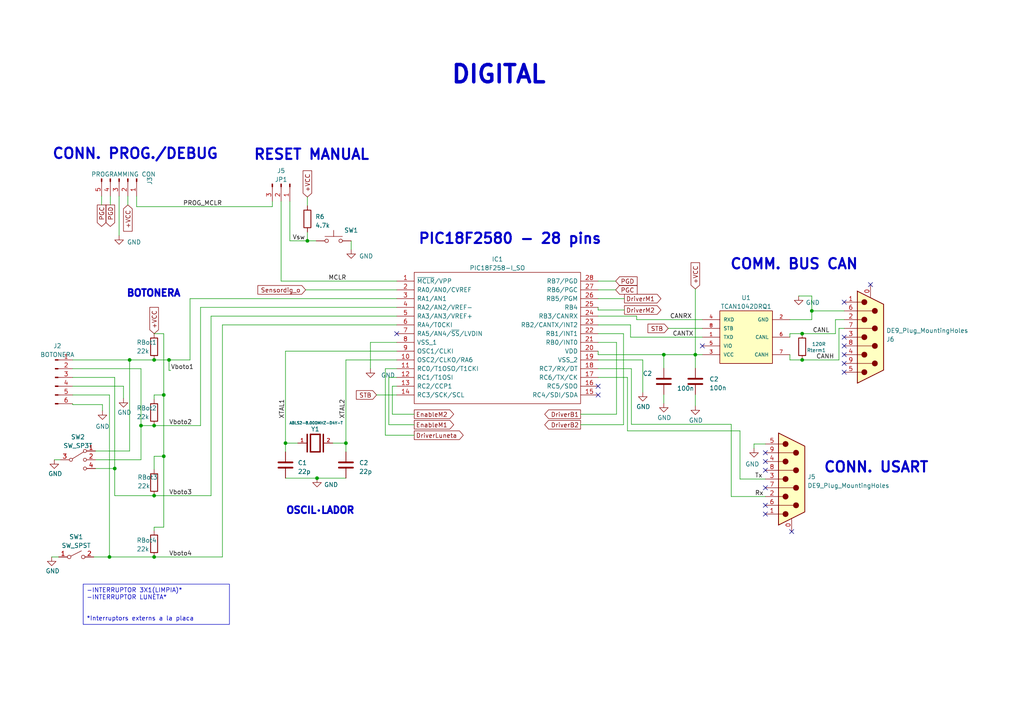
<source format=kicad_sch>
(kicad_sch (version 20230121) (generator eeschema)
  (paper "A4")
  (title_block (title "Projecte Netejaparabrises - Grup 4 Tarda") (date "2023-04-05") (rev "v1.1.05042023"))
  (lib_symbols
    (symbol "ABLS2-8.000MHZ-D4Y-T:ABLS2-8.000MHZ-D4Y-T" (pin_names (offset 1.016))
      (property "Reference" "Y" (at -5.0878 3.8159 0))
      (property "Value" "ABLS2-8.000MHZ-D4Y-T" (at -5.0944 -5.0944 0))
      (symbol "ABLS2-8.000MHZ-D4Y-T_0_0"
        (polyline (pts (xy -2.3368 2.54) (xy -2.3368 -2.54)) (stroke (width 0.4064)))
        (polyline (pts (xy -1.397 2.54) (xy -1.397 -2.54)) (stroke (width 0.4064)))
        (polyline (pts (xy -1.397 2.54) (xy 1.397 2.54)) (stroke (width 0.4064)))
        (polyline (pts (xy 1.397 -2.54) (xy -1.397 -2.54)) (stroke (width 0.4064)))
        (polyline (pts (xy 1.397 2.54) (xy 1.397 -2.54)) (stroke (width 0.4064)))
        (polyline (pts (xy 2.3368 2.54) (xy 2.3368 -2.54)) (stroke (width 0.4064)))
        (pin passive line (at -5.08 0 0) (length 2.54) (name "~") (number "1"))
        (pin passive line (at 5.08 0 180) (length 2.54) (name "~") (number "2"))
      )
    )
    (symbol "Connector:Conn_01x03_Pin" (pin_names (offset 1.016) hide)
      (property "Reference" "J" (at 0 5.08 0))
      (property "Value" "Conn_01x03_Pin" (at 0 -5.08 0))
      (symbol "Conn_01x03_Pin_1_1"
        (polyline (pts (xy 1.27 -2.54) (xy 0.8636 -2.54)) (stroke (width 0.1524)))
        (polyline (pts (xy 1.27 0) (xy 0.8636 0)) (stroke (width 0.1524)))
        (polyline (pts (xy 1.27 2.54) (xy 0.8636 2.54)) (stroke (width 0.1524)))
        (rectangle (start 0.8636 -2.413) (end 0 -2.667) (stroke (width 0.1524)) (fill (type outline)))
        (rectangle (start 0.8636 0.127) (end 0 -0.127) (stroke (width 0.1524)) (fill (type outline)))
        (rectangle (start 0.8636 2.667) (end 0 2.413) (stroke (width 0.1524)) (fill (type outline)))
        (pin passive line (at 5.08 2.54 180) (length 3.81) (name "Pin_1") (number "1"))
        (pin passive line (at 5.08 0 180) (length 3.81) (name "Pin_2") (number "2"))
        (pin passive line (at 5.08 -2.54 180) (length 3.81) (name "Pin_3") (number "3"))
      )
    )
    (symbol "Connector:Conn_01x05_Pin" (pin_names (offset 1.016) hide)
      (property "Reference" "J" (at 0 7.62 0))
      (property "Value" "Conn_01x05_Pin" (at 0 -7.62 0))
      (symbol "Conn_01x05_Pin_1_1"
        (polyline (pts (xy 1.27 -5.08) (xy 0.8636 -5.08)) (stroke (width 0.1524)))
        (polyline (pts (xy 1.27 -2.54) (xy 0.8636 -2.54)) (stroke (width 0.1524)))
        (polyline (pts (xy 1.27 0) (xy 0.8636 0)) (stroke (width 0.1524)))
        (polyline (pts (xy 1.27 2.54) (xy 0.8636 2.54)) (stroke (width 0.1524)))
        (polyline (pts (xy 1.27 5.08) (xy 0.8636 5.08)) (stroke (width 0.1524)))
        (rectangle (start 0.8636 -4.953) (end 0 -5.207) (stroke (width 0.1524)) (fill (type outline)))
        (rectangle (start 0.8636 -2.413) (end 0 -2.667) (stroke (width 0.1524)) (fill (type outline)))
        (rectangle (start 0.8636 0.127) (end 0 -0.127) (stroke (width 0.1524)) (fill (type outline)))
        (rectangle (start 0.8636 2.667) (end 0 2.413) (stroke (width 0.1524)) (fill (type outline)))
        (rectangle (start 0.8636 5.207) (end 0 4.953) (stroke (width 0.1524)) (fill (type outline)))
        (pin passive line (at 5.08 5.08 180) (length 3.81) (name "Pin_1") (number "1"))
        (pin passive line (at 5.08 2.54 180) (length 3.81) (name "Pin_2") (number "2"))
        (pin passive line (at 5.08 0 180) (length 3.81) (name "Pin_3") (number "3"))
        (pin passive line (at 5.08 -2.54 180) (length 3.81) (name "Pin_4") (number "4"))
        (pin passive line (at 5.08 -5.08 180) (length 3.81) (name "Pin_5") (number "5"))
      )
    )
    (symbol "Connector:Conn_01x06_Pin" (pin_names (offset 1.016) hide)
      (property "Reference" "J" (at 0 7.62 0))
      (property "Value" "Conn_01x06_Pin" (at 0 -10.16 0))
      (symbol "Conn_01x06_Pin_1_1"
        (polyline (pts (xy 1.27 -7.62) (xy 0.8636 -7.62)) (stroke (width 0.1524)))
        (polyline (pts (xy 1.27 -5.08) (xy 0.8636 -5.08)) (stroke (width 0.1524)))
        (polyline (pts (xy 1.27 -2.54) (xy 0.8636 -2.54)) (stroke (width 0.1524)))
        (polyline (pts (xy 1.27 0) (xy 0.8636 0)) (stroke (width 0.1524)))
        (polyline (pts (xy 1.27 2.54) (xy 0.8636 2.54)) (stroke (width 0.1524)))
        (polyline (pts (xy 1.27 5.08) (xy 0.8636 5.08)) (stroke (width 0.1524)))
        (rectangle (start 0.8636 -7.493) (end 0 -7.747) (stroke (width 0.1524)) (fill (type outline)))
        (rectangle (start 0.8636 -4.953) (end 0 -5.207) (stroke (width 0.1524)) (fill (type outline)))
        (rectangle (start 0.8636 -2.413) (end 0 -2.667) (stroke (width 0.1524)) (fill (type outline)))
        (rectangle (start 0.8636 0.127) (end 0 -0.127) (stroke (width 0.1524)) (fill (type outline)))
        (rectangle (start 0.8636 2.667) (end 0 2.413) (stroke (width 0.1524)) (fill (type outline)))
        (rectangle (start 0.8636 5.207) (end 0 4.953) (stroke (width 0.1524)) (fill (type outline)))
        (pin passive line (at 5.08 5.08 180) (length 3.81) (name "Pin_1") (number "1"))
        (pin passive line (at 5.08 2.54 180) (length 3.81) (name "Pin_2") (number "2"))
        (pin passive line (at 5.08 0 180) (length 3.81) (name "Pin_3") (number "3"))
        (pin passive line (at 5.08 -2.54 180) (length 3.81) (name "Pin_4") (number "4"))
        (pin passive line (at 5.08 -5.08 180) (length 3.81) (name "Pin_5") (number "5"))
        (pin passive line (at 5.08 -7.62 180) (length 3.81) (name "Pin_6") (number "6"))
      )
    )
    (symbol "Connector:DE9_Plug_MountingHoles" (pin_names (offset 1.016) hide)
      (property "Reference" "J" (at 0 16.51 0))
      (property "Value" "DE9_Plug_MountingHoles" (at 0 14.605 0))
      (symbol "DE9_Plug_MountingHoles_0_1"
        (circle (center -1.778 -10.16) (radius 0.762) (fill (type outline)))
        (circle (center -1.778 -5.08) (radius 0.762) (fill (type outline)))
        (circle (center -1.778 0) (radius 0.762) (fill (type outline)))
        (circle (center -1.778 5.08) (radius 0.762) (fill (type outline)))
        (circle (center -1.778 10.16) (radius 0.762) (fill (type outline)))
        (polyline (pts (xy -3.81 -10.16) (xy -2.54 -10.16)))
        (polyline (pts (xy -3.81 -7.62) (xy 0.508 -7.62)))
        (polyline (pts (xy -3.81 -5.08) (xy -2.54 -5.08)))
        (polyline (pts (xy -3.81 -2.54) (xy 0.508 -2.54)))
        (polyline (pts (xy -3.81 0) (xy -2.54 0)))
        (polyline (pts (xy -3.81 2.54) (xy 0.508 2.54)))
        (polyline (pts (xy -3.81 5.08) (xy -2.54 5.08)))
        (polyline (pts (xy -3.81 7.62) (xy 0.508 7.62)))
        (polyline (pts (xy -3.81 10.16) (xy -2.54 10.16)))
        (polyline (pts (xy -3.81 -13.335) (xy -3.81 13.335) (xy 3.81 9.525) (xy 3.81 -9.525) (xy -3.81 -13.335)) (stroke (width 0.254)) (fill (type background)))
        (circle (center 1.27 -7.62) (radius 0.762) (fill (type outline)))
        (circle (center 1.27 -2.54) (radius 0.762) (fill (type outline)))
        (circle (center 1.27 2.54) (radius 0.762) (fill (type outline)))
        (circle (center 1.27 7.62) (radius 0.762) (fill (type outline)))
      )
      (symbol "DE9_Plug_MountingHoles_1_1"
        (pin passive line (at 0 -15.24 90) (length 3.81) (name "PAD") (number "0"))
        (pin passive line (at -7.62 -10.16 0) (length 3.81) (name "1") (number "1"))
        (pin passive line (at -7.62 -5.08 0) (length 3.81) (name "2") (number "2"))
        (pin passive line (at -7.62 0 0) (length 3.81) (name "3") (number "3"))
        (pin passive line (at -7.62 5.08 0) (length 3.81) (name "4") (number "4"))
        (pin passive line (at -7.62 10.16 0) (length 3.81) (name "5") (number "5"))
        (pin passive line (at -7.62 -7.62 0) (length 3.81) (name "6") (number "6"))
        (pin passive line (at -7.62 -2.54 0) (length 3.81) (name "7") (number "7"))
        (pin passive line (at -7.62 2.54 0) (length 3.81) (name "8") (number "8"))
        (pin passive line (at -7.62 7.62 0) (length 3.81) (name "9") (number "9"))
      )
    )
    (symbol "Device:C" (pin_numbers hide) (pin_names (offset 0.254))
      (property "Reference" "C" (at 0.635 2.54 0))
      (property "Value" "C" (at 0.635 -2.54 0))
      (symbol "C_0_1"
        (polyline (pts (xy -2.032 -0.762) (xy 2.032 -0.762)) (stroke (width 0.508)))
        (polyline (pts (xy -2.032 0.762) (xy 2.032 0.762)) (stroke (width 0.508)))
      )
      (symbol "C_1_1"
        (pin passive line (at 0 3.81 270) (length 2.794) (name "~") (number "1"))
        (pin passive line (at 0 -3.81 90) (length 2.794) (name "~") (number "2"))
      )
    )
    (symbol "Device:R" (pin_numbers hide) (pin_names (offset 0))
      (property "Reference" "R" (at 2.032 0 90))
      (property "Value" "R" (at 0 0 90))
      (symbol "R_0_1"
        (rectangle (start -1.016 -2.54) (end 1.016 2.54) (stroke (width 0.254)))
      )
      (symbol "R_1_1"
        (pin passive line (at 0 3.81 270) (length 1.27) (name "~") (number "1"))
        (pin passive line (at 0 -3.81 90) (length 1.27) (name "~") (number "2"))
      )
    )
    (symbol "PIC18F258-I_SO:PIC18F258-I_SO" (pin_names (offset 0.762))
      (property "Reference" "IC" (at 54.61 7.62 0))
      (property "Value" "PIC18F258-I_SO" (at 54.61 5.08 0))
      (symbol "PIC18F258-I_SO_0_0"
        (pin passive line (at 0 0 0) (length 5.08) (name "~{MCLR}/VPP") (number "1"))
        (pin passive line (at 0 -22.86 0) (length 5.08) (name "OSC2/CLKO/RA6") (number "10"))
        (pin passive line (at 0 -25.4 0) (length 5.08) (name "RC0/T1OSO/T1CKI") (number "11"))
        (pin passive line (at 0 -27.94 0) (length 5.08) (name "RC1/T1OSI") (number "12"))
        (pin passive line (at 0 -30.48 0) (length 5.08) (name "RC2/CCP1") (number "13"))
        (pin passive line (at 0 -33.02 0) (length 5.08) (name "RC3/SCK/SCL") (number "14"))
        (pin passive line (at 58.42 -33.02 180) (length 5.08) (name "RC4/SDI/SDA") (number "15"))
        (pin passive line (at 58.42 -30.48 180) (length 5.08) (name "RC5/SDO") (number "16"))
        (pin passive line (at 58.42 -27.94 180) (length 5.08) (name "RC6/TX/CK") (number "17"))
        (pin passive line (at 58.42 -25.4 180) (length 5.08) (name "RC7/RX/DT") (number "18"))
        (pin passive line (at 58.42 -22.86 180) (length 5.08) (name "VSS_2") (number "19"))
        (pin passive line (at 0 -2.54 0) (length 5.08) (name "RA0/AN0/CVREF") (number "2"))
        (pin passive line (at 58.42 -20.32 180) (length 5.08) (name "VDD") (number "20"))
        (pin passive line (at 58.42 -17.78 180) (length 5.08) (name "RB0/INT0") (number "21"))
        (pin passive line (at 58.42 -15.24 180) (length 5.08) (name "RB1/INT1") (number "22"))
        (pin passive line (at 58.42 -12.7 180) (length 5.08) (name "RB2/CANTX/INT2") (number "23"))
        (pin passive line (at 58.42 -10.16 180) (length 5.08) (name "RB3/CANRX") (number "24"))
        (pin passive line (at 58.42 -7.62 180) (length 5.08) (name "RB4") (number "25"))
        (pin passive line (at 58.42 -5.08 180) (length 5.08) (name "RB5/PGM") (number "26"))
        (pin passive line (at 58.42 -2.54 180) (length 5.08) (name "RB6/PGC") (number "27"))
        (pin passive line (at 58.42 0 180) (length 5.08) (name "RB7/PGD") (number "28"))
        (pin passive line (at 0 -5.08 0) (length 5.08) (name "RA1/AN1") (number "3"))
        (pin passive line (at 0 -7.62 0) (length 5.08) (name "RA2/AN2/VREF-") (number "4"))
        (pin passive line (at 0 -10.16 0) (length 5.08) (name "RA3/AN3/VREF+") (number "5"))
        (pin passive line (at 0 -12.7 0) (length 5.08) (name "RA4/T0CKI") (number "6"))
        (pin passive line (at 0 -15.24 0) (length 5.08) (name "RA5/AN4/~{SS}/LVDIN") (number "7"))
        (pin passive line (at 0 -17.78 0) (length 5.08) (name "VSS_1") (number "8"))
        (pin passive line (at 0 -20.32 0) (length 5.08) (name "OSC1/CLKI") (number "9"))
      )
      (symbol "PIC18F258-I_SO_0_1"
        (polyline (pts (xy 5.08 2.54) (xy 53.34 2.54) (xy 53.34 -35.56) (xy 5.08 -35.56) (xy 5.08 2.54)) (stroke (width 0.1524)))
      )
    )
    (symbol "Switch:SW_Push" (pin_numbers hide) (pin_names (offset 1.016) hide)
      (property "Reference" "SW" (at 1.27 2.54 0))
      (property "Value" "SW_Push" (at 0 -1.524 0))
      (symbol "SW_Push_0_1"
        (circle (center -2.032 0) (radius 0.508))
        (polyline (pts (xy 0 1.27) (xy 0 3.048)))
        (polyline (pts (xy 2.54 1.27) (xy -2.54 1.27)))
        (circle (center 2.032 0) (radius 0.508))
        (pin passive line (at -5.08 0 0) (length 2.54) (name "1") (number "1"))
        (pin passive line (at 5.08 0 180) (length 2.54) (name "2") (number "2"))
      )
    )
    (symbol "Switch:SW_SP3T" (pin_names (offset 0) hide)
      (property "Reference" "SW" (at 0 5.08 0))
      (property "Value" "SW_SP3T" (at 0 -5.08 0))
      (symbol "SW_SP3T_0_1"
        (circle (center -2.032 0) (radius 0.4572))
        (polyline (pts (xy -1.651 0.254) (xy 1.651 2.286)))
        (circle (center 2.032 -2.54) (radius 0.4572))
        (circle (center 2.032 0) (radius 0.4572))
        (circle (center 2.032 2.54) (radius 0.4572))
      )
      (symbol "SW_SP3T_1_1"
        (pin passive line (at 5.08 2.54 180) (length 2.54) (name "1") (number "1"))
        (pin passive line (at 5.08 0 180) (length 2.54) (name "2") (number "2"))
        (pin passive line (at -5.08 0 0) (length 2.54) (name "3") (number "3"))
        (pin passive line (at 5.08 -2.54 180) (length 2.54) (name "4") (number "4"))
      )
    )
    (symbol "Switch:SW_SPST" (pin_names (offset 0) hide)
      (property "Reference" "SW" (at 0 3.175 0))
      (property "Value" "SW_SPST" (at 0 -2.54 0))
      (symbol "SW_SPST_0_0"
        (circle (center -2.032 0) (radius 0.508))
        (polyline (pts (xy -1.524 0.254) (xy 1.524 1.778)))
        (circle (center 2.032 0) (radius 0.508))
      )
      (symbol "SW_SPST_1_1"
        (pin passive line (at -5.08 0 0) (length 2.54) (name "A") (number "1"))
        (pin passive line (at 5.08 0 180) (length 2.54) (name "B") (number "2"))
      )
    )
    (symbol "TCAN1042DRQ1:TCAN1042DRQ1" (pin_names (offset 1.016))
      (property "Reference" "U" (at -2.54 7.62 0))
      (property "Value" "TCAN1042DRQ1" (at -5.08 -10.16 0))
      (symbol "TCAN1042DRQ1_0_0"
        (rectangle (start -7.62 -7.62) (end 7.62 7.62) (stroke (width 0.2032)) (fill (type background)))
        (pin input line (at -12.7 0 0) (length 5.08) (name "TXD") (number "1"))
        (pin power_in line (at 12.7 5.08 180) (length 5.08) (name "GND") (number "2"))
        (pin power_in line (at -12.7 -5.08 0) (length 5.08) (name "VCC") (number "3"))
        (pin output line (at -12.7 5.08 0) (length 5.08) (name "RXD") (number "4"))
        (pin passive line (at -12.7 -2.54 0) (length 5.08) (name "VIO") (number "5"))
        (pin bidirectional line (at 12.7 0 180) (length 5.08) (name "CANL") (number "6"))
        (pin bidirectional line (at 12.7 -5.08 180) (length 5.08) (name "CANH") (number "7"))
        (pin input line (at -12.7 2.54 0) (length 5.08) (name "STB") (number "8"))
      )
    )
    (symbol "power:GND" (power) (pin_names (offset 0))
      (property "Value" "GND" (at 0 -3.81 0))
      (symbol "GND_0_1"
        (polyline (pts (xy 0 0) (xy 0 -1.27) (xy 1.27 -1.27) (xy 0 -2.54) (xy -1.27 -1.27) (xy 0 -1.27)))
      )
      (symbol "GND_1_1"
        (pin power_in line (at 0 0 270) (length 0) hide (name "GND") (number "1"))
      )
    )
  )
  (junction (at 89.154 69.85))
  (junction (at 47.498 132.334))
  (junction (at 232.664 96.774))
  (junction (at 49.022 104.394))
  (junction (at 192.532 102.87))
  (junction (at 235.458 90.17))
  (junction (at 201.676 102.87))
  (junction (at 44.704 161.544))
  (junction (at 31.75 161.544))
  (junction (at 91.948 138.684))
  (junction (at 40.894 123.444))
  (junction (at 47.498 114.554))
  (junction (at 44.704 143.764))
  (junction (at 44.704 123.444))
  (junction (at 100.33 128.524))
  (junction (at 232.664 104.394))
  (junction (at 44.704 104.394))
  (junction (at 82.804 128.524))
  (junction (at 33.274 135.89))
  (junction (at 37.592 104.394))
  (no_connect (at 173.482 114.554))
  (no_connect (at 244.856 100.33))
  (no_connect (at 244.856 97.79))
  (no_connect (at 221.996 131.318))
  (no_connect (at 244.856 102.87))
  (no_connect (at 252.476 82.55))
  (no_connect (at 221.996 149.098))
  (no_connect (at 221.996 133.858))
  (no_connect (at 229.616 154.178))
  (no_connect (at 244.856 105.41))
  (no_connect (at 244.856 107.95))
  (no_connect (at 221.996 136.398))
  (no_connect (at 173.482 112.014))
  (no_connect (at 221.996 141.478))
  (no_connect (at 244.856 87.63))
  (no_connect (at 203.708 100.33))
  (no_connect (at 221.996 146.558))
  (no_connect (at 115.062 96.774))
  (wire (pts (xy 47.498 132.334) (xy 47.498 152.908)))
  (wire (pts (xy 181.991 109.474) (xy 181.991 124.968)))
  (wire (pts (xy 173.482 84.074) (xy 178.562 84.074)))
  (wire (pts (xy 21.082 106.934) (xy 40.894 106.934)))
  (wire (pts (xy 178.816 120.142) (xy 168.402 120.142)))
  (wire (pts (xy 180.848 123.19) (xy 168.402 123.19)))
  (wire (pts (xy 242.316 96.774) (xy 242.316 92.71)))
  (wire (pts (xy 235.458 92.71) (xy 235.458 90.17)))
  (wire (pts (xy 192.532 116.967) (xy 192.532 114.427)))
  (wire (pts (xy 44.704 161.544) (xy 64.516 161.544)))
  (wire (pts (xy 37.592 104.394) (xy 37.592 130.81)))
  (wire (pts (xy 21.082 112.014) (xy 35.814 112.014)))
  (wire (pts (xy 49.022 107.442) (xy 49.022 104.394)))
  (wire (pts (xy 214.63 124.968) (xy 214.63 138.938)))
  (wire (pts (xy 29.464 56.896) (xy 29.464 59.436)))
  (wire (pts (xy 78.994 59.944) (xy 78.994 58.42)))
  (wire (pts (xy 82.804 101.854) (xy 115.062 101.854)))
  (wire (pts (xy 173.482 94.234) (xy 182.88 94.234)))
  (wire (pts (xy 33.274 109.474) (xy 21.082 109.474)))
  (wire (pts (xy 232.664 96.774) (xy 229.108 96.774)))
  (wire (pts (xy 32.004 56.896) (xy 32.004 59.436)))
  (wire (pts (xy 183.134 106.934) (xy 173.482 106.934)))
  (wire (pts (xy 44.704 143.764) (xy 33.274 143.764)))
  (wire (pts (xy 47.498 152.908) (xy 44.704 152.908)))
  (wire (pts (xy 235.458 90.17) (xy 244.856 90.17)))
  (wire (pts (xy 115.062 106.934) (xy 111.76 106.934)))
  (wire (pts (xy 183.134 106.934) (xy 183.134 123.063)))
  (wire (pts (xy 82.804 101.854) (xy 82.804 128.524)))
  (wire (pts (xy 47.498 96.774) (xy 47.498 114.554)))
  (wire (pts (xy 44.704 132.334) (xy 47.498 132.334)))
  (wire (pts (xy 44.704 143.764) (xy 61.214 143.764)))
  (wire (pts (xy 229.108 92.71) (xy 235.458 92.71)))
  (wire (pts (xy 212.09 123.063) (xy 212.09 144.018)))
  (wire (pts (xy 115.062 112.014) (xy 113.792 112.014)))
  (wire (pts (xy 88.646 84.074) (xy 115.062 84.074)))
  (wire (pts (xy 173.482 89.154) (xy 173.482 89.916)))
  (wire (pts (xy 243.332 95.25) (xy 244.856 95.25)))
  (wire (pts (xy 173.482 99.314) (xy 178.816 99.314)))
  (wire (pts (xy 182.88 94.234) (xy 182.88 97.79)))
  (wire (pts (xy 229.108 104.394) (xy 229.108 102.87)))
  (wire (pts (xy 21.082 117.094) (xy 21.082 117.348)))
  (wire (pts (xy 44.704 161.544) (xy 31.75 161.544)))
  (wire (pts (xy 109.22 114.554) (xy 115.062 114.554)))
  (wire (pts (xy 58.166 89.154) (xy 115.062 89.154)))
  (wire (pts (xy 44.704 152.908) (xy 44.704 153.924)))
  (wire (pts (xy 111.76 126.238) (xy 120.142 126.238)))
  (wire (pts (xy 181.991 124.968) (xy 214.63 124.968)))
  (wire (pts (xy 89.154 59.69) (xy 89.154 57.15)))
  (wire (pts (xy 40.894 133.35) (xy 27.686 133.35)))
  (wire (pts (xy 100.33 104.394) (xy 115.062 104.394)))
  (wire (pts (xy 44.704 123.444) (xy 58.166 123.444)))
  (wire (pts (xy 201.676 117.729) (xy 201.676 114.427)))
  (wire (pts (xy 29.718 117.348) (xy 29.718 119.126)))
  (wire (pts (xy 112.776 123.19) (xy 120.142 123.19)))
  (wire (pts (xy 61.214 143.764) (xy 61.214 91.694)))
  (wire (pts (xy 229.108 96.774) (xy 229.108 97.79)))
  (wire (pts (xy 173.482 89.916) (xy 181.102 89.916)))
  (wire (pts (xy 184.658 92.71) (xy 203.708 92.71)))
  (wire (pts (xy 173.482 86.614) (xy 181.102 86.614)))
  (wire (pts (xy 192.532 102.87) (xy 201.676 102.87)))
  (wire (pts (xy 115.062 109.474) (xy 112.776 109.474)))
  (wire (pts (xy 37.592 130.81) (xy 27.686 130.81)))
  (wire (pts (xy 64.516 94.234) (xy 115.062 94.234)))
  (wire (pts (xy 180.848 96.774) (xy 180.848 123.19)))
  (wire (pts (xy 44.704 136.144) (xy 44.704 132.334)))
  (wire (pts (xy 81.534 58.42) (xy 81.534 81.534)))
  (wire (pts (xy 44.704 114.554) (xy 47.498 114.554)))
  (wire (pts (xy 61.214 91.694) (xy 115.062 91.694)))
  (wire (pts (xy 201.676 102.87) (xy 201.676 106.807)))
  (wire (pts (xy 47.498 96.774) (xy 44.704 96.774)))
  (wire (pts (xy 39.624 59.944) (xy 78.994 59.944)))
  (wire (pts (xy 89.154 69.85) (xy 89.154 67.31)))
  (wire (pts (xy 35.814 112.014) (xy 35.814 115.57)))
  (wire (pts (xy 173.482 102.87) (xy 173.482 101.854)))
  (wire (pts (xy 178.816 99.314) (xy 178.816 120.142)))
  (wire (pts (xy 212.09 144.018) (xy 221.996 144.018)))
  (wire (pts (xy 214.63 138.938) (xy 221.996 138.938)))
  (wire (pts (xy 173.482 91.694) (xy 184.658 91.694)))
  (wire (pts (xy 112.776 109.474) (xy 112.776 123.19)))
  (wire (pts (xy 82.804 128.524) (xy 82.804 131.064)))
  (wire (pts (xy 182.88 97.79) (xy 203.708 97.79)))
  (wire (pts (xy 84.074 58.42) (xy 84.074 69.85)))
  (wire (pts (xy 193.802 95.25) (xy 203.708 95.25)))
  (wire (pts (xy 31.75 114.554) (xy 21.082 114.554)))
  (wire (pts (xy 231.648 85.852) (xy 235.458 85.852)))
  (wire (pts (xy 96.52 128.524) (xy 100.33 128.524)))
  (wire (pts (xy 40.894 123.444) (xy 44.704 123.444)))
  (wire (pts (xy 64.516 161.544) (xy 64.516 94.234)))
  (wire (pts (xy 184.658 91.694) (xy 184.658 92.71)))
  (wire (pts (xy 113.792 112.014) (xy 113.792 120.142)))
  (wire (pts (xy 40.894 106.934) (xy 40.894 123.444)))
  (wire (pts (xy 37.592 104.394) (xy 44.704 104.394)))
  (wire (pts (xy 111.76 106.934) (xy 111.76 126.238)))
  (wire (pts (xy 40.894 123.444) (xy 40.894 133.35)))
  (wire (pts (xy 181.991 109.474) (xy 173.482 109.474)))
  (wire (pts (xy 27.686 135.89) (xy 33.274 135.89)))
  (wire (pts (xy 37.084 56.896) (xy 37.084 59.436)))
  (wire (pts (xy 173.482 96.774) (xy 180.848 96.774)))
  (wire (pts (xy 232.664 104.394) (xy 243.332 104.394)))
  (wire (pts (xy 55.118 86.614) (xy 115.062 86.614)))
  (wire (pts (xy 15.748 133.35) (xy 17.526 133.35)))
  (wire (pts (xy 183.134 123.063) (xy 212.09 123.063)))
  (wire (pts (xy 242.316 92.71) (xy 244.856 92.71)))
  (wire (pts (xy 21.082 117.348) (xy 29.718 117.348)))
  (wire (pts (xy 47.498 114.554) (xy 47.498 132.334)))
  (wire (pts (xy 33.274 135.89) (xy 33.274 109.474)))
  (wire (pts (xy 113.792 120.142) (xy 120.142 120.142)))
  (wire (pts (xy 44.704 115.824) (xy 44.704 114.554)))
  (wire (pts (xy 218.694 128.778) (xy 218.694 130.048)))
  (wire (pts (xy 82.804 138.684) (xy 91.948 138.684)))
  (wire (pts (xy 173.482 81.534) (xy 178.562 81.534)))
  (wire (pts (xy 232.664 96.774) (xy 242.316 96.774)))
  (wire (pts (xy 235.458 85.852) (xy 235.458 90.17)))
  (wire (pts (xy 55.118 104.394) (xy 55.118 86.614)))
  (wire (pts (xy 82.804 128.524) (xy 86.36 128.524)))
  (wire (pts (xy 192.532 102.87) (xy 192.532 106.807)))
  (wire (pts (xy 89.154 69.85) (xy 91.694 69.85)))
  (wire (pts (xy 201.676 102.87) (xy 203.708 102.87)))
  (wire (pts (xy 49.022 104.394) (xy 55.118 104.394)))
  (wire (pts (xy 33.274 143.764) (xy 33.274 135.89)))
  (wire (pts (xy 218.694 128.778) (xy 221.996 128.778)))
  (wire (pts (xy 14.986 161.544) (xy 17.018 161.544)))
  (wire (pts (xy 58.166 123.444) (xy 58.166 89.154)))
  (wire (pts (xy 186.436 104.394) (xy 186.436 113.792)))
  (wire (pts (xy 49.53 107.442) (xy 49.022 107.442)))
  (wire (pts (xy 91.948 138.684) (xy 100.33 138.684)))
  (wire (pts (xy 100.33 128.524) (xy 100.33 131.064)))
  (wire (pts (xy 107.442 99.314) (xy 107.442 106.934)))
  (wire (pts (xy 173.482 102.87) (xy 192.532 102.87)))
  (wire (pts (xy 232.664 104.394) (xy 229.108 104.394)))
  (wire (pts (xy 243.332 104.394) (xy 243.332 95.25)))
  (wire (pts (xy 107.442 99.314) (xy 115.062 99.314)))
  (wire (pts (xy 101.854 69.85) (xy 101.854 72.39)))
  (wire (pts (xy 39.624 56.896) (xy 39.624 59.944)))
  (wire (pts (xy 201.676 83.82) (xy 201.676 102.87)))
  (wire (pts (xy 27.178 161.544) (xy 31.75 161.544)))
  (wire (pts (xy 100.33 104.394) (xy 100.33 128.524)))
  (wire (pts (xy 186.436 104.394) (xy 173.482 104.394)))
  (wire (pts (xy 81.534 81.534) (xy 115.062 81.534)))
  (wire (pts (xy 34.544 56.896) (xy 34.544 68.326)))
  (wire (pts (xy 21.082 104.394) (xy 37.592 104.394)))
  (wire (pts (xy 44.704 104.394) (xy 49.022 104.394)))
  (wire (pts (xy 84.074 69.85) (xy 89.154 69.85)))
  (wire (pts (xy 31.75 161.544) (xy 31.75 114.554)))
  (text_box "-INTERRUPTOR 3X1(LIMPIA)*\n-INTERRUPTOR LUNETA*\n\n\n*Interruptors externs a la placa" (at 24.13 169.418 0) (size 42.418 11.684) (effects (font (size 1.27 1.27)) (justify left top)))
  (text "RESET MANUAL" (at 73.406 46.736 0) (effects (font (size 3 3) (thickness 0.6) bold) (justify left bottom)))
  (text "BOTONERA" (at 36.576 86.36 0) (effects (font (size 2 2) (thickness 1) bold) (justify left bottom)))
  (text "CONN. PROG./DEBUG" (at 14.986 46.482 0) (effects (font (size 3 3) bold) (justify left bottom)))
  (text "COMM. BUS CAN" (at 211.582 78.486 0) (effects (font (size 3 3) (thickness 0.6) bold) (justify left bottom)))
  (text "PIC18F2580 - 28 pins" (at 121.158 71.12 0) (effects (font (size 3 3) bold) (justify left bottom)))
  (text "CONN. USART" (at 238.76 137.414 0) (effects (font (size 3 3) bold) (justify left bottom)))
  (text "OSCIL·LADOR" (at 82.804 149.352 0) (effects (font (size 2 2) (thickness 0.6) bold) (justify left bottom)))
  (text "DIGITAL" (at 130.556 24.638 0) (effects (font (size 5 5) bold) (justify left bottom)))
  (label "CANL" (at 235.712 96.774 0))
  (label "Vboto4" (at 49.022 161.544 0))
  (label "CANH" (at 236.728 104.394 0))
  (label "Vboto1" (at 49.53 107.442 0))
  (label "Vsw" (at 84.836 69.85 0))
  (label "XTAL1" (at 82.804 121.412 90))
  (label "CANRX" (at 194.31 92.71 0))
  (label "Vboto2" (at 49.022 123.444 0))
  (label "Vboto3" (at 49.022 143.764 0))
  (label "Tx" (at 218.948 138.938 0))
  (label "PROG_MCLR" (at 53.086 59.944 0))
  (label "MCLR" (at 95.25 81.534 0))
  (label "CANTX" (at 195.072 97.79 0))
  (label "Rx" (at 218.948 144.018 0))
  (label "XTAL2" (at 100.33 121.412 90))
  (global_label "+VCC" (shape input) (at 44.704 96.774 90) (property "Intersheetrefs" "${INTERSHEET_REFS}" (effects hide)))
  (global_label "DriverM2" (shape output) (at 181.102 89.916 0) (property "Intersheetrefs" "${INTERSHEET_REFS}" (effects hide)))
  (global_label "STB" (shape input) (at 193.802 95.25 180) (property "Intersheetrefs" "${INTERSHEET_REFS}" (effects hide)))
  (global_label "PGC" (shape output) (at 29.464 59.436 270) (property "Intersheetrefs" "${INTERSHEET_REFS}" (effects hide)))
  (global_label "PGC" (shape input) (at 178.562 84.074 0) (property "Intersheetrefs" "${INTERSHEET_REFS}" (effects hide)))
  (global_label "DriverB1" (shape output) (at 168.402 120.142 180) (property "Intersheetrefs" "${INTERSHEET_REFS}" (effects hide)))
  (global_label "DriverLuneta" (shape output) (at 120.142 126.238 0) (property "Intersheetrefs" "${INTERSHEET_REFS}" (effects hide)))
  (global_label "EnableM2" (shape output) (at 120.142 120.142 0) (property "Intersheetrefs" "${INTERSHEET_REFS}" (effects hide)))
  (global_label "PGD" (shape output) (at 32.004 59.436 270) (property "Intersheetrefs" "${INTERSHEET_REFS}" (effects hide)))
  (global_label "EnableM1" (shape output) (at 120.142 123.19 0) (property "Intersheetrefs" "${INTERSHEET_REFS}" (effects hide)))
  (global_label "+VCC" (shape input) (at 89.154 57.15 90) (property "Intersheetrefs" "${INTERSHEET_REFS}" (effects hide)))
  (global_label "+VCC" (shape input) (at 201.676 83.82 90) (property "Intersheetrefs" "${INTERSHEET_REFS}" (effects hide)))
  (global_label "+VCC" (shape input) (at 37.084 59.436 270) (property "Intersheetrefs" "${INTERSHEET_REFS}" (effects hide)))
  (global_label "DriverB2" (shape output) (at 168.402 123.19 180) (property "Intersheetrefs" "${INTERSHEET_REFS}" (effects hide)))
  (global_label "STB" (shape input) (at 109.22 114.554 180) (property "Intersheetrefs" "${INTERSHEET_REFS}" (effects hide)))
  (global_label "PGD" (shape input) (at 178.562 81.534 0) (property "Intersheetrefs" "${INTERSHEET_REFS}" (effects hide)))
  (global_label "Sensordig_o" (shape input) (at 88.646 84.074 180) (property "Intersheetrefs" "${INTERSHEET_REFS}" (effects hide)))
  (global_label "DriverM1" (shape output) (at 181.102 86.614 0) (property "Intersheetrefs" "${INTERSHEET_REFS}" (effects hide)))
  (symbol (lib_id "power:GND") (at 34.544 68.326 0) (unit 1)
    (property "Reference" "#PWR017" (effects hide))
    (property "Value" "GND" (at 36.83 70.231 0) (effects (justify left)))
    (instances (project "Grup3_Tarda_Projecte_Netejaparabrises" (path "" (reference "#PWR017") (unit 1)) (path "" (reference "#PWR07") (unit 1))) (project "AidarIglesias_DavidMiravent_P3" (path "" (reference "#PWR017") (unit 1))))
  )
  (symbol (lib_id "power:GND") (at 29.718 119.126 0) (unit 1)
    (property "Reference" "#PWR06" (effects hide))
    (property "Value" "GND" (at 27.686 123.698 0) (effects (justify left)))
  )
  (symbol (lib_id "Device:R") (at 232.664 100.584 0) (unit 1)
    (property "Reference" "Rterm1" (at 239.522 101.6 0) (effects (font (size 1 1)) (justify right)))
    (property "Value" "120R" (at 239.522 99.822 0) (effects (font (size 1 1)) (justify right)))
    (property "Footprint" "Resistor_SMD:R_0805_2012Metric_Pad1.20x1.40mm_HandSolder" (effects hide))
  )
  (symbol (lib_id "Device:C") (at 201.676 110.617 0) (unit 1)
    (property "Reference" "C2" (at 205.74 109.982 0) (effects (justify left)))
    (property "Value" "100n" (at 205.74 112.522 0) (effects (justify left)))
    (property "Footprint" "Capacitor_SMD:C_0805_2012Metric" (effects hide))
    (instances (project "Grup3_Tarda_Projecte_Netejaparabrises" (path "" (reference "C2") (unit 1)) (path "" (reference "CDesacobCan1") (unit 1))) (project "AidarIglesias_DavidMiravent_P3" (path "" (reference "C2") (unit 1))))
  )
  (symbol (lib_id "TCAN1042DRQ1:TCAN1042DRQ1") (at 216.408 97.79 0) (unit 1)
    (property "Reference" "U1" (at 216.408 86.36 0))
    (property "Value" "TCAN1042DRQ1" (at 216.408 88.9 0))
    (property "Footprint" "Package_SO:SOIC-8_3.9x4.9mm_P1.27mm" (effects hide))
    (property "REFDES" "RefDes" (effects hide))
    (property "PARTNUMBER" "TCAN1042DRQ1" (effects hide))
    (property "TYPE" "TYPE" (effects hide))
    (property "MANUFACTURER" "Texas Instruments" (effects hide))
    (property "VALUE" "Value" (effects hide))
  )
  (symbol (lib_id "Device:C") (at 100.33 134.874 0) (unit 1)
    (property "Reference" "C2" (at 104.14 134.239 0) (effects (justify left)))
    (property "Value" "22p" (at 104.14 136.779 0) (effects (justify left)))
    (property "Footprint" "Capacitor_SMD:C_0805_2012Metric" (effects hide))
    (instances (project "Grup3_Tarda_Projecte_Netejaparabrises" (path "" (reference "C2") (unit 1)) (path "" (reference "CClock2") (unit 1))) (project "AidarIglesias_DavidMiravent_P3" (path "" (reference "C2") (unit 1))))
  )
  (symbol (lib_id "Device:R") (at 44.704 119.634 0) (unit 1)
    (property "Reference" "RBot2" (at 39.624 118.364 0) (effects (justify left)))
    (property "Value" "22k" (at 39.624 120.904 0) (effects (justify left)))
    (property "Footprint" "Resistor_SMD:R_0805_2012Metric_Pad1.20x1.40mm_HandSolder" (effects hide))
  )
  (symbol (lib_id "Device:C") (at 82.804 134.874 0) (unit 1)
    (property "Reference" "C1" (at 86.36 134.239 0) (effects (justify left)))
    (property "Value" "22p" (at 86.36 136.779 0) (effects (justify left)))
    (property "Footprint" "Capacitor_SMD:C_0805_2012Metric" (effects hide))
    (instances (project "Grup3_Tarda_Projecte_Netejaparabrises" (path "" (reference "C1") (unit 1)) (path "" (reference "CClock1") (unit 1))) (project "AidarIglesias_DavidMiravent_P3" (path "" (reference "C1") (unit 1))))
  )
  (symbol (lib_id "power:GND") (at 15.748 133.35 0) (unit 1)
    (property "Reference" "#PWR05" (effects hide))
    (property "Value" "GND" (at 13.97 137.414 0) (effects (justify left)))
  )
  (symbol (lib_id "Connector:Conn_01x05_Pin") (at 34.544 51.816 270) (unit 1)
    (property "Reference" "J3" (at 43.434 52.451 0))
    (property "Value" "PROGRAMMING CON" (at 35.814 50.546 90))
    (property "Footprint" "Connector_PinSocket_2.54mm:PinSocket_1x05_P2.54mm_Vertical" (effects hide))
  )
  (symbol (lib_id "power:GND") (at 35.814 115.57 0) (unit 1)
    (property "Reference" "#PWR08" (effects hide))
    (property "Value" "GND" (at 34.036 119.634 0) (effects (justify left)))
  )
  (symbol (lib_id "Device:R") (at 44.704 139.954 0) (unit 1)
    (property "Reference" "RBot3" (at 39.878 138.43 0) (effects (justify left)))
    (property "Value" "22k" (at 39.878 140.97 0) (effects (justify left)))
    (property "Footprint" "Resistor_SMD:R_0805_2012Metric_Pad1.20x1.40mm_HandSolder" (effects hide))
  )
  (symbol (lib_id "Switch:SW_SPST") (at 22.098 161.544 0) (unit 1)
    (property "Reference" "SW1" (at 22.098 155.702 0))
    (property "Value" "SW_SPST" (at 22.098 158.242 0))
    (property "Footprint" "Library:AS11CH" (effects hide))
  )
  (symbol (lib_id "Switch:SW_Push") (at 96.774 69.85 0) (unit 1)
    (property "Reference" "SW1" (at 101.854 66.802 0))
    (property "Value" "SW_Push" (effects hide))
    (property "Footprint" "Button_Switch_SMD:SW_Push_SPST_NO_Alps_SKRK" (effects hide))
    (instances (project "Grup3_Tarda_Projecte_Netejaparabrises" (path "" (reference "SW1") (unit 1)) (path "" (reference "SWReset1") (unit 1))) (project "AidarIglesias_DavidMiravent_P3" (path "" (reference "SW1") (unit 1))))
  )
  (symbol (lib_id "Device:R") (at 44.704 100.584 0) (unit 1)
    (property "Reference" "RBot1" (at 39.624 99.314 0) (effects (justify left)))
    (property "Value" "22k" (at 39.624 101.854 0) (effects (justify left)))
    (property "Footprint" "Resistor_SMD:R_0805_2012Metric_Pad1.20x1.40mm_HandSolder" (effects hide))
  )
  (symbol (lib_id "power:GND") (at 91.948 138.684 0) (unit 1)
    (property "Reference" "#PWR09" (effects hide))
    (property "Value" "GND" (at 93.98 140.589 0) (effects (justify left)))
  )
  (symbol (lib_id "power:GND") (at 101.854 72.39 0) (unit 1)
    (property "Reference" "#PWR015" (effects hide))
    (property "Value" "GND" (at 104.14 74.295 0) (effects (justify left)))
    (instances (project "Grup3_Tarda_Projecte_Netejaparabrises" (path "" (reference "#PWR015") (unit 1)) (path "" (reference "#PWR010") (unit 1))) (project "AidarIglesias_DavidMiravent_P3" (path "" (reference "#PWR015") (unit 1))))
  )
  (symbol (lib_id "ABLS2-8.000MHZ-D4Y-T:ABLS2-8.000MHZ-D4Y-T") (at 91.44 128.524 0) (unit 1)
    (property "Reference" "Y1" (at 91.44 124.46 0))
    (property "Value" "ABLS2-8.000MHZ-D4Y-T" (at 91.694 122.682 0) (effects (font (size 0.8 0.8))))
    (property "Footprint" "XTAL_ABLS2-8:XTAL_ABLS2-8.000MHZ-D4Y-T" (effects hide))
    (property "STANDARD" "Manufacturer Recommendations" (effects hide))
    (property "MAXIMUM_PACKAGE_HEIGHT" "3.3 mm" (effects hide))
    (property "MANUFACTURER" "Abracon" (effects hide))
    (property "PARTREV" "11.15.2016" (effects hide))
  )
  (symbol (lib_id "Device:C") (at 192.532 110.617 0) (unit 1)
    (property "Reference" "C2" (at 186.436 108.331 0) (effects (justify left)))
    (property "Value" "100n" (at 196.342 112.649 0) (effects (justify left)))
    (property "Footprint" "Capacitor_SMD:C_0805_2012Metric" (effects hide))
    (instances (project "Grup3_Tarda_Projecte_Netejaparabrises" (path "" (reference "C2") (unit 1)) (path "" (reference "CDesacobMicro1") (unit 1))) (project "AidarIglesias_DavidMiravent_P3" (path "" (reference "C2") (unit 1))))
  )
  (symbol (lib_id "Device:R") (at 89.154 63.5 0) (unit 1)
    (property "Reference" "R6" (at 91.44 62.865 0) (effects (justify left)))
    (property "Value" "4.7k" (at 91.44 65.405 0) (effects (justify left)))
    (property "Footprint" "Resistor_SMD:R_0805_2012Metric_Pad1.20x1.40mm_HandSolder" (effects hide))
    (instances (project "Grup3_Tarda_Projecte_Netejaparabrises" (path "" (reference "R6") (unit 1)) (path "" (reference "RReset1") (unit 1))) (project "AidarIglesias_DavidMiravent_P3" (path "" (reference "R6") (unit 1))))
  )
  (symbol (lib_id "power:GND") (at 218.694 130.048 0) (unit 1)
    (property "Reference" "#PWR016" (effects hide))
    (property "Value" "GND" (at 216.154 134.62 0) (effects (justify left)))
    (instances (project "Grup3_Tarda_Projecte_Netejaparabrises" (path "" (reference "#PWR016") (unit 1)) (path "" (reference "#PWR015") (unit 1))) (project "AidarIglesias_DavidMiravent_P3" (path "" (reference "#PWR016") (unit 1))))
  )
  (symbol (lib_id "Connector:Conn_01x06_Pin") (at 16.002 109.474 0) (unit 1)
    (property "Reference" "J2" (at 16.637 100.33 0))
    (property "Value" "BOTONERA" (at 16.637 102.87 0))
    (property "Footprint" "Connector_PinSocket_2.54mm:PinSocket_1x06_P2.54mm_Vertical" (effects hide))
  )
  (symbol (lib_id "power:GND") (at 192.532 116.967 0) (unit 1)
    (property "Reference" "#PWR013" (effects hide))
    (property "Value" "GND" (at 190.627 121.158 0) (effects (justify left)))
  )
  (symbol (lib_id "Switch:SW_SP3T") (at 22.606 133.35 0) (unit 1)
    (property "Reference" "SW2" (at 22.606 126.746 0))
    (property "Value" "SW_SP3T" (at 22.606 129.286 0))
    (property "Footprint" "SW_NR01103ANG13-1C:SW_NR01103ANG13-1C" (effects hide))
  )
  (symbol (lib_id "power:GND") (at 231.648 85.852 0) (unit 1)
    (property "Reference" "#PWR016" (effects hide))
    (property "Value" "GND" (at 233.68 87.757 0) (effects (justify left)))
  )
  (symbol (lib_id "power:GND") (at 201.676 117.729 0) (unit 1)
    (property "Reference" "#PWR014" (effects hide))
    (property "Value" "GND" (at 199.771 121.92 0) (effects (justify left)))
  )
  (symbol (lib_id "Device:R") (at 44.704 157.734 0) (unit 1)
    (property "Reference" "RBot4" (at 39.624 156.718 0) (effects (justify left)))
    (property "Value" "22k" (at 39.624 159.258 0) (effects (justify left)))
    (property "Footprint" "Resistor_SMD:R_0805_2012Metric_Pad1.20x1.40mm_HandSolder" (effects hide))
  )
  (symbol (lib_id "PIC18F258-I_SO:PIC18F258-I_SO") (at 115.062 81.534 0) (unit 1)
    (property "Reference" "IC1" (at 144.272 75.184 0))
    (property "Value" "PIC18F258-I_SO" (at 144.272 77.724 0))
    (property "Footprint" "Package_SO:SOIC-28W_7.5x17.9mm_P1.27mm" (effects hide))
    (property "Datasheet" "https://datasheet.datasheetarchive.com/originals/distributors/Datasheets-35/DSA-681538.pdf" (effects hide))
    (property "Description" "Microcontroller,PIC18F258-I/SO 40MHz" (effects hide))
    (property "Height" "2.64" (effects hide))
    (property "Manufacturer_Name" "Microchip" (effects hide))
    (property "Manufacturer_Part_Number" "PIC18F258-I/SO" (effects hide))
    (property "Mouser Part Number" "579-PIC18F258-I/SO" (effects hide))
    (property "Mouser Price/Stock" "https://www.mouser.co.uk/ProductDetail/Microchip-Technology-Atmel/PIC18F258-I-SO?qs=uMUszenkLLJD5g8PY%252BN5ow%3D%3D" (effects hide))
    (property "Arrow Part Number" "PIC18F258-I/SO" (effects hide))
    (property "Arrow Price/Stock" "https://www.arrow.com/en/products/pic18f258-iso/microchip-technology" (effects hide))
    (instances (project "Grup3_Tarda_Projecte_Netejaparabrises" (path "" (reference "IC1") (unit 1)) (path "" (reference "IC2") (unit 1))) (project "AidarIglesias_DavidMiravent_P3" (path "" (reference "IC1") (unit 1))))
  )
  (symbol (lib_id "power:GND") (at 107.442 106.934 0) (unit 1)
    (property "Reference" "#PWR011" (effects hide))
    (property "Value" "GND" (at 110.49 108.839 0) (effects (justify left)))
  )
  (symbol (lib_id "Connector:DE9_Plug_MountingHoles") (at 229.616 138.938 0) (unit 1)
    (property "Reference" "J5" (at 234.188 138.303 0) (effects (justify left)))
    (property "Value" "DE9_Plug_MountingHoles" (at 234.188 140.843 0) (effects (justify left)))
    (property "Footprint" "Connector_Dsub:DSUB-9_Female_Horizontal_P2.77x2.84mm_EdgePinOffset4.94mm_Housed_MountingHolesOffset7.48mm" (effects hide))
    (property "Datasheet" " ~" (effects hide))
  )
  (symbol (lib_id "power:GND") (at 14.986 161.544 0) (unit 1)
    (property "Reference" "#PWR045" (effects hide))
    (property "Value" "GND" (at 13.208 165.608 0) (effects (justify left)))
  )
  (symbol (lib_id "Connector:Conn_01x03_Pin") (at 81.534 53.34 270) (unit 1)
    (property "Reference" "J5" (at 81.534 49.53 90))
    (property "Value" "JP1" (at 81.534 52.07 90))
    (property "Footprint" "Connector_PinSocket_2.54mm:PinSocket_1x03_P2.54mm_Vertical" (effects hide))
    (instances (project "Grup3_Tarda_Projecte_Netejaparabrises" (path "" (reference "J5") (unit 1)) (path "" (reference "J4") (unit 1))) (project "AidarIglesias_DavidMiravent_P3" (path "" (reference "J5") (unit 1))))
  )
  (symbol (lib_id "Connector:DE9_Plug_MountingHoles") (at 252.476 97.79 0) (mirror x) (unit 1)
    (property "Reference" "J6" (at 257.048 98.425 0) (effects (justify left)))
    (property "Value" "DE9_Plug_MountingHoles" (at 257.048 95.885 0) (effects (justify left)))
    (property "Footprint" "Connector_Dsub:DSUB-9_Female_Horizontal_P2.77x2.84mm_EdgePinOffset4.94mm_Housed_MountingHolesOffset7.48mm" (effects hide))
    (property "Datasheet" " ~" (effects hide))
  )
  (symbol (lib_id "power:GND") (at 186.436 113.792 0) (unit 1)
    (property "Reference" "#PWR012" (effects hide))
    (property "Value" "GND" (at 184.531 117.983 0) (effects (justify left)))
  )
)
</source>
